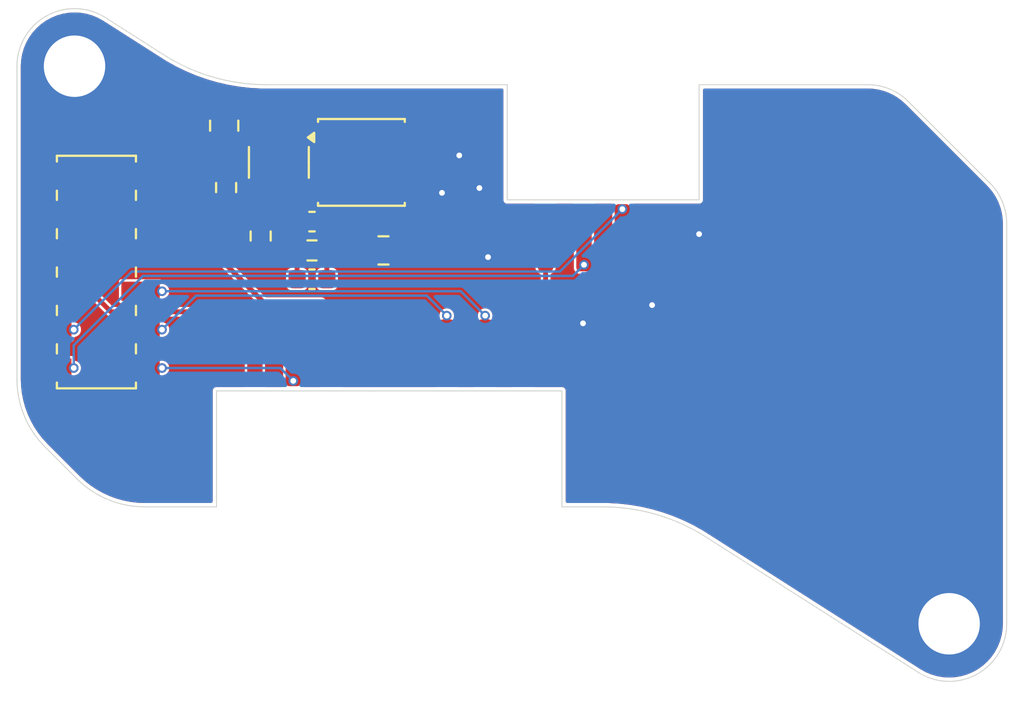
<source format=kicad_pcb>
(kicad_pcb (version 20240108) (generator "pcbnew") (generator_version "8.0")
  (layers (0 "F.Cu" signal) (31 "B.Cu" signal) (34 "B.Paste" user) (35 "F.Paste" user) (36 "B.SilkS" user "B.Silkscreen") (37 "F.SilkS" user "F.Silkscreen") (38 "B.Mask" user) (39 "F.Mask" user) (44 "Edge.Cuts" user))
  (net 0 "")
  (net 1 "Net-(U1-VBST)")
  (net 2 "Net-(U1-SW)")
  (net 3 "+24V")
  (net 4 "PGND")
  (net 5 "+12V")
  (net 6 "/FAN0_DET")
  (net 7 "/FAN0_PWM")
  (net 8 "/FAN1_PWM")
  (net 9 "/FAN1_DET")
  (net 10 "/NEO")
  (net 11 "GND")
  (net 12 "+3V3")
  (net 13 "/ADC1")
  (net 14 "/ADC0")
  (net 15 "Net-(U1-EN)")
  (net 16 "Net-(U1-VFB)")
  (footprint "Resistor_SMD:R_0603_1608Metric" (layer "F.Cu") (at 157.575 80.8)
    (property "Reference" "R2" (hide yes))
    (property "Value" "100K" (hide yes))
    (fp_line (start -0.237258 -0.5225) (end 0.237258 -0.5225) (stroke (width 0.12)) (layer "F.SilkS"))
    (fp_line (start -0.237258 0.5225) (end 0.237258 0.5225) (stroke (width 0.12)) (layer "F.SilkS"))
    (pad "1" smd roundrect (at -0.825 0) (size 0.8 0.95) (layers "F.Cu" "F.Paste" "F.Mask") (net 16 "Net-(U1-VFB)"))
    (pad "2" smd roundrect (at 0.825 0) (size 0.8 0.95) (layers "F.Cu" "F.Paste" "F.Mask") (net 5 "+12V"))
  )
  (footprint "Inductor_SMD:L_Sunlord_SWPA4030S" (layer "F.Cu") (at 160.15 76.2125)
    (property "Reference" "L1" (hide yes))
    (property "Value" "10uH" (hide yes))
    (fp_line (start -2.26 -2.26) (end -2.26 -2.11) (stroke (width 0.12)) (layer "F.SilkS"))
    (fp_line (start -2.26 -2.26) (end 2.26 -2.26) (stroke (width 0.12)) (layer "F.SilkS"))
    (fp_line (start -2.26 2.26) (end -2.26 2.11) (stroke (width 0.12)) (layer "F.SilkS"))
    (fp_line (start -2.26 2.26) (end 2.26 2.26) (stroke (width 0.12)) (layer "F.SilkS"))
    (fp_line (start 2.26 -2.26) (end 2.26 -2.11) (stroke (width 0.12)) (layer "F.SilkS"))
    (fp_line (start 2.26 2.26) (end 2.26 2.11) (stroke (width 0.12)) (layer "F.SilkS"))
    (pad "1" smd rect (at -1.5 0) (size 1.1 3.7) (layers "F.Cu" "F.Paste" "F.Mask") (net 2 "Net-(U1-SW)"))
    (pad "2" smd rect (at 1.5 0) (size 1.1 3.7) (layers "F.Cu" "F.Paste" "F.Mask") (net 5 "+12V"))
  )
  (footprint "Resistor_SMD:R_0603_1608Metric" (layer "F.Cu") (at 154.900001 80.05 -90)
    (property "Reference" "R3" (hide yes))
    (property "Value" "5.23K" (hide yes))
    (fp_line (start -0.237258 0.5225) (end 0.237258 0.5225) (stroke (width 0.12)) (layer "F.SilkS"))
    (fp_line (start -0.237258 -0.5225) (end 0.237258 -0.5225) (stroke (width 0.12)) (layer "F.SilkS"))
    (pad "1" smd roundrect (at -0.825 0 270) (size 0.8 0.95) (layers "F.Cu" "F.Paste" "F.Mask") (net 16 "Net-(U1-VFB)"))
    (pad "2" smd roundrect (at 0.825 0 270) (size 0.8 0.95) (layers "F.Cu" "F.Paste" "F.Mask") (net 4 "PGND"))
  )
  (footprint "MountingHole:MountingHole_3.2mm_M3_ISO14580_Pad" (layer "F.Cu") (at 145.2 71.2)
    (property "Reference" "H1" (hide yes))
    (property "Value" "M3" (hide yes))
    (pad "1" thru_hole circle (at 0 0) (size 5.5 5.5) (drill 3.2) (layers "*.Cu" "*.Mask") (net 4 "PGND"))
  )
  (footprint "Library:JST_PH_B4B-PH-K_1x04_P2.00mm_SMD" (layer "F.Cu") (at 165.6 94.122727 180)
    (property "Reference" "J2" (hide yes))
    (property "Value" "FAN1" (hide yes))
    (fp_line (start -5 6) (end 5 6) (stroke (width 0.05)) (layer "Edge.Cuts"))
    (pad "1" smd roundrect (at -3 7.9756 180) (size 0.8 3.5) (layers "F.Cu" "F.Paste" "F.Mask") (net 5 "+12V"))
    (pad "2" smd roundrect (at -1 7.9756 180) (size 0.8 3.5) (layers "F.Cu" "F.Paste" "F.Mask") (net 9 "/FAN1_DET"))
    (pad "3" smd roundrect (at 1 7.9756 180) (size 0.8 3.5) (layers "F.Cu" "F.Paste" "F.Mask") (net 8 "/FAN1_PWM"))
    (pad "4" smd roundrect (at 3 7.9756 180) (size 0.8 3.5) (layers "F.Cu" "F.Paste" "F.Mask") (net 4 "PGND"))
  )
  (footprint "Capacitor_SMD:C_0603_1608Metric" (layer "F.Cu") (at 157.575 79.3)
    (property "Reference" "C1" (hide yes))
    (property "Value" "100nF" (hide yes))
    (fp_line (start -0.14058 -0.51) (end 0.14058 -0.51) (stroke (width 0.12)) (layer "F.SilkS"))
    (fp_line (start -0.14058 0.51) (end 0.14058 0.51) (stroke (width 0.12)) (layer "F.SilkS"))
    (pad "1" smd roundrect (at -0.775 0) (size 0.9 0.95) (layers "F.Cu" "F.Paste" "F.Mask") (net 1 "Net-(U1-VBST)"))
    (pad "2" smd roundrect (at 0.775 0) (size 0.9 0.95) (layers "F.Cu" "F.Paste" "F.Mask") (net 2 "Net-(U1-SW)"))
  )
  (footprint "Resistor_SMD:R_0603_1608Metric" (layer "F.Cu") (at 153.1 77.525 90)
    (property "Reference" "R1" (hide yes))
    (property "Value" "10K" (hide yes))
    (fp_line (start -0.237258 -0.5225) (end 0.237258 -0.5225) (stroke (width 0.12)) (layer "F.SilkS"))
    (fp_line (start -0.237258 0.5225) (end 0.237258 0.5225) (stroke (width 0.12)) (layer "F.SilkS"))
    (pad "1" smd roundrect (at -0.825 0 90) (size 0.8 0.95) (layers "F.Cu" "F.Paste" "F.Mask") (net 3 "+24V"))
    (pad "2" smd roundrect (at 0.825 0 90) (size 0.8 0.95) (layers "F.Cu" "F.Paste" "F.Mask") (net 15 "Net-(U1-EN)"))
  )
  (footprint "Library:JST_PH_B3B-PH-K_1x03_P2.00mm_SMD" (layer "F.Cu") (at 156.6 94.122727 180)
    (property "Reference" "J3" (hide yes))
    (property "Value" "NEO" (hide yes))
    (fp_line (start -4 6) (end 4 6) (stroke (width 0.05)) (layer "Edge.Cuts"))
    (pad "1" smd roundrect (at -2 7.996 180) (size 0.8 3.5) (layers "F.Cu" "F.Paste" "F.Mask") (net 12 "+3V3"))
    (pad "2" smd roundrect (at 0 7.996 180) (size 0.8 3.5) (layers "F.Cu" "F.Paste" "F.Mask") (net 10 "/NEO"))
    (pad "3" smd roundrect (at 2 7.996 180) (size 0.8 3.5) (layers "F.Cu" "F.Paste" "F.Mask") (net 11 "GND"))
  )
  (footprint "Library:JST_PH_B4B-PH-K_1x04_P2.00mm_SMD" (layer "F.Cu") (at 172.75 72.164)
    (property "Reference" "J1" (hide yes))
    (property "Value" "FAN0" (hide yes))
    (fp_line (start -5 6) (end 5 6) (stroke (width 0.05)) (layer "Edge.Cuts"))
    (pad "1" smd roundrect (at -3 7.9756) (size 0.8 3.5) (layers "F.Cu" "F.Paste" "F.Mask") (net 5 "+12V"))
    (pad "2" smd roundrect (at -1 7.9756) (size 0.8 3.5) (layers "F.Cu" "F.Paste" "F.Mask") (net 6 "/FAN0_DET"))
    (pad "3" smd roundrect (at 1 7.9756) (size 0.8 3.5) (layers "F.Cu" "F.Paste" "F.Mask") (net 7 "/FAN0_PWM"))
    (pad "4" smd roundrect (at 3 7.9756) (size 0.8 3.5) (layers "F.Cu" "F.Paste" "F.Mask") (net 4 "PGND"))
  )
  (footprint "Library:PinSocket_2x06_P2.00mm_Vertical_SMD" (layer "F.Cu") (at 146.341 81.929 180)
    (property "Reference" "J4" (hide yes))
    (property "Value" "MAIN" (hide yes))
    (fp_line (start 2.06 5.76) (end 2.06 6.06) (stroke (width 0.12)) (layer "F.SilkS"))
    (fp_line (start 2.06 3.76) (end 2.06 4.24) (stroke (width 0.12)) (layer "F.SilkS"))
    (fp_line (start 2.06 1.76) (end 2.06 2.24) (stroke (width 0.12)) (layer "F.SilkS"))
    (fp_line (start 2.06 -0.24) (end 2.06 0.24) (stroke (width 0.12)) (layer "F.SilkS"))
    (fp_line (start 2.06 -2.24) (end 2.06 -1.76) (stroke (width 0.12)) (layer "F.SilkS"))
    (fp_line (start 2.06 -4.24) (end 2.06 -3.76) (stroke (width 0.12)) (layer "F.SilkS"))
    (fp_line (start 2.06 -6.06) (end 2.06 -5.76) (stroke (width 0.12)) (layer "F.SilkS"))
    (fp_line (start -2.06 6.06) (end 2.06 6.06) (stroke (width 0.12)) (layer "F.SilkS"))
    (fp_line (start -2.06 5.76) (end -2.06 6.06) (stroke (width 0.12)) (layer "F.SilkS"))
    (fp_line (start -2.06 3.76) (end -2.06 4.24) (stroke (width 0.12)) (layer "F.SilkS"))
    (fp_line (start -2.06 1.76) (end -2.06 2.24) (stroke (width 0.12)) (layer "F.SilkS"))
    (fp_line (start -2.06 -0.24) (end -2.06 0.24) (stroke (width 0.12)) (layer "F.SilkS"))
    (fp_line (start -2.06 -2.24) (end -2.06 -1.76) (stroke (width 0.12)) (layer "F.SilkS"))
    (fp_line (start -2.06 -4.24) (end -2.06 -3.76) (stroke (width 0.12)) (layer "F.SilkS"))
    (fp_line (start -2.06 -6.06) (end 2.06 -6.06) (stroke (width 0.12)) (layer "F.SilkS"))
    (fp_line (start -2.06 -6.06) (end -2.06 -5.76) (stroke (width 0.12)) (layer "F.SilkS"))
    (pad "1" smd rect (at 2.3 -5 180) (size 2 1) (layers "F.Cu" "F.Paste" "F.Mask") (net 6 "/FAN0_DET"))
    (pad "2" smd rect (at -2.3 -5 180) (size 2 1) (layers "F.Cu" "F.Paste" "F.Mask") (net 10 "/NEO"))
    (pad "3" smd rect (at 2.3 -3 180) (size 2 1) (layers "F.Cu" "F.Paste" "F.Mask") (net 7 "/FAN0_PWM"))
    (pad "4" smd rect (at -2.3 -3 180) (size 2 1) (layers "F.Cu" "F.Paste" "F.Mask") (net 8 "/FAN1_PWM"))
    (pad "5" smd rect (at 2.3 -1 180) (size 2 1) (layers "F.Cu" "F.Paste" "F.Mask") (net 14 "/ADC0"))
    (pad "6" smd rect (at -2.3 -1 180) (size 2 1) (layers "F.Cu" "F.Paste" "F.Mask") (net 9 "/FAN1_DET"))
    (pad "7" smd rect (at 2.3 1 180) (size 2 1) (layers "F.Cu" "F.Paste" "F.Mask") (net 13 "/ADC1"))
    (pad "8" smd rect (at -2.3 1 180) (size 2 1) (layers "F.Cu" "F.Paste" "F.Mask") (net 12 "+3V3"))
    (pad "9" smd rect (at 2.3 3 180) (size 2 1) (layers "F.Cu" "F.Paste" "F.Mask") (net 11 "GND"))
    (pad "10" smd rect (at -2.3 3 180) (size 2 1) (layers "F.Cu" "F.Paste" "F.Mask") (net 4 "PGND"))
    (pad "11" smd rect (at 2.3 5 180) (size 2 1) (layers "F.Cu" "F.Paste" "F.Mask") (net 3 "+24V"))
    (pad "12" smd rect (at -2.3 5 180) (size 2 1) (layers "F.Cu" "F.Paste" "F.Mask") (net 4 "PGND"))
  )
  (footprint "MountingHole:MountingHole_3.2mm_M3_ISO14580_Pad" (layer "F.Cu") (at 190.78 100.258)
    (property "Reference" "H2" (hide yes))
    (property "Value" "M3" (hide yes))
    (pad "1" thru_hole circle (at 0 0) (size 5.5 5.5) (drill 3.2) (layers "*.Cu" "*.Mask") (net 4 "PGND"))
  )
  (footprint "Capacitor_SMD:C_0603_1608Metric" (layer "F.Cu") (at 157.575 82.3)
    (property "Reference" "C4" (hide yes))
    (property "Value" "82pF" (hide yes))
    (fp_line (start -0.14058 -0.51) (end 0.14058 -0.51) (stroke (width 0.12)) (layer "F.SilkS"))
    (fp_line (start -0.14058 0.51) (end 0.14058 0.51) (stroke (width 0.12)) (layer "F.SilkS"))
    (pad "1" smd roundrect (at -0.775 0) (size 0.9 0.95) (layers "F.Cu" "F.Paste" "F.Mask") (net 16 "Net-(U1-VFB)"))
    (pad "2" smd roundrect (at 0.775 0) (size 0.9 0.95) (layers "F.Cu" "F.Paste" "F.Mask") (net 5 "+12V"))
  )
  (footprint "Capacitor_SMD:C_0805_2012Metric" (layer "F.Cu") (at 153 74.300001 90)
    (property "Reference" "C2" (hide yes))
    (property "Value" "10uF" (hide yes))
    (fp_line (start -0.261252 -0.735) (end 0.261252 -0.735) (stroke (width 0.12)) (layer "F.SilkS"))
    (fp_line (start -0.261252 0.735) (end 0.261252 0.735) (stroke (width 0.12)) (layer "F.SilkS"))
    (pad "1" smd roundrect (at -0.95 0 90) (size 1 1.45) (layers "F.Cu" "F.Paste" "F.Mask") (net 3 "+24V"))
    (pad "2" smd roundrect (at 0.95 0 90) (size 1 1.45) (layers "F.Cu" "F.Paste" "F.Mask") (net 4 "PGND"))
  )
  (footprint "Capacitor_SMD:C_0805_2012Metric" (layer "F.Cu") (at 161.3 80.8)
    (property "Reference" "C3" (hide yes))
    (property "Value" "22uF" (hide yes))
    (fp_line (start -0.261252 -0.735) (end 0.261252 -0.735) (stroke (width 0.12)) (layer "F.SilkS"))
    (fp_line (start -0.261252 0.735) (end 0.261252 0.735) (stroke (width 0.12)) (layer "F.SilkS"))
    (pad "1" smd roundrect (at -0.95 0) (size 1 1.45) (layers "F.Cu" "F.Paste" "F.Mask") (net 5 "+12V"))
    (pad "2" smd roundrect (at 0.95 0) (size 1 1.45) (layers "F.Cu" "F.Paste" "F.Mask") (net 4 "PGND"))
  )
  (footprint "Package_TO_SOT_SMD:SOT-23-6" (layer "F.Cu") (at 155.85 76.2125 -90)
    (property "Reference" "U1" (hide yes))
    (property "Value" "TPS54302" (hide yes))
    (fp_line (start 0 1.56) (end -0.8 1.56) (stroke (width 0.12)) (layer "F.SilkS"))
    (fp_line (start 0 1.56) (end 0.8 1.56) (stroke (width 0.12)) (layer "F.SilkS"))
    (fp_line (start 0 -1.56) (end -0.8 -1.56) (stroke (width 0.12)) (layer "F.SilkS"))
    (fp_line (start 0 -1.56) (end 0.8 -1.56) (stroke (width 0.12)) (layer "F.SilkS"))
    (fp_poly (pts (xy -1.3 -1.51) (xy -1.54 -1.84) (xy -1.06 -1.84) (xy -1.3 -1.51)) (stroke (width 0.12)) (fill solid) (layer "F.SilkS"))
    (pad "1" smd roundrect (at -1.1375 -0.95 270) (size 1.325 0.6) (layers "F.Cu" "F.Paste" "F.Mask") (net 4 "PGND"))
    (pad "2" smd roundrect (at -1.1375 0 270) (size 1.325 0.6) (layers "F.Cu" "F.Paste" "F.Mask") (net 2 "Net-(U1-SW)"))
    (pad "3" smd roundrect (at -1.1375 0.95 270) (size 1.325 0.6) (layers "F.Cu" "F.Paste" "F.Mask") (net 3 "+24V"))
    (pad "4" smd roundrect (at 1.1375 0.95 270) (size 1.325 0.6) (layers "F.Cu" "F.Paste" "F.Mask") (net 16 "Net-(U1-VFB)"))
    (pad "5" smd roundrect (at 1.1375 0 270) (size 1.325 0.6) (layers "F.Cu" "F.Paste" "F.Mask") (net 15 "Net-(U1-EN)"))
    (pad "6" smd roundrect (at 1.1375 -0.95 270) (size 1.325 0.6) (layers "F.Cu" "F.Paste" "F.Mask") (net 1 "Net-(U1-VBST)"))
  )
  (gr_line (start 170.6 88.122727) (end 170.6 94.164009) (stroke (width 0.05)) (layer "Edge.Cuts"))
  (gr_line (start 143.663788 91.041777) (end 145.322689 92.701679) (stroke (width 0.05)) (layer "Edge.Cuts"))
  (gr_line (start 193.78 100.222238) (end 193.78 79.352514) (stroke (width 0.05)) (layer "Edge.Cuts"))
  (gr_line (start 177.75017 72.16402) (end 186.551112 72.16402) (stroke (width 0.05)) (layer "Edge.Cuts"))
  (gr_line (start 142.20001 87.5063) (end 142.20001 71.199957) (stroke (width 0.05)) (layer "Edge.Cuts"))
  (gr_arc (start 155.21 72.164) (mid 152.410034 71.76401) (end 149.834204 70.59613) (stroke (width 0.05)) (layer "Edge.Cuts"))
  (gr_line (start 178.09989 95.731789) (end 189.168235 102.788009) (stroke (width 0.05)) (layer "Edge.Cuts"))
  (gr_arc (start 192.869312 77.252319) (mid 193.552383 78.25877) (end 193.78 79.352514) (stroke (width 0.05)) (layer "Edge.Cuts"))
  (gr_line (start 177.75017 78.16402) (end 177.75017 72.16402) (stroke (width 0.05)) (layer "Edge.Cuts"))
  (gr_line (start 148.8586 94.164) (end 152.6 94.164) (stroke (width 0.05)) (layer "Edge.Cuts"))
  (gr_arc (start 143.663788 91.041777) (mid 142.581855 89.423134) (end 142.199971 87.5063) (stroke (width 0.05)) (layer "Edge.Cuts"))
  (gr_line (start 167.75 72.164) (end 167.75 78.164) (stroke (width 0.05)) (layer "Edge.Cuts"))
  (gr_arc (start 142.20001 71.199957) (mid 143.752476 68.572018) (end 146.803565 68.663985) (stroke (width 0.05)) (layer "Edge.Cuts"))
  (gr_arc (start 172.724235 94.164009) (mid 175.524039 94.563952) (end 178.09989 95.731789) (stroke (width 0.05)) (layer "Edge.Cuts"))
  (gr_arc (start 148.8586 94.164) (mid 146.944306 93.783536) (end 145.322689 92.701679) (stroke (width 0.05)) (layer "Edge.Cuts"))
  (gr_line (start 152.6 88.122727) (end 152.6 94.164) (stroke (width 0.05)) (layer "Edge.Cuts"))
  (gr_line (start 149.834204 70.59613) (end 146.803565 68.663985) (stroke (width 0.05)) (layer "Edge.Cuts"))
  (gr_arc (start 186.551112 72.16402) (mid 187.692183 72.39457) (end 188.659 73.043) (stroke (width 0.05)) (layer "Edge.Cuts"))
  (gr_line (start 155.21 72.164) (end 167.75 72.164) (stroke (width 0.05)) (layer "Edge.Cuts"))
  (gr_line (start 170.6 94.164009) (end 172.724235 94.164009) (stroke (width 0.05)) (layer "Edge.Cuts"))
  (gr_line (start 192.869312 77.252319) (end 188.659 73.043) (stroke (width 0.05)) (layer "Edge.Cuts"))
  (gr_arc (start 193.78 100.222238) (mid 192.239152 102.88021) (end 189.168235 102.788009) (stroke (width 0.05)) (layer "Edge.Cuts"))
  (segment (start 156.8 77.35) (end 156.8 79.3) (width 0.2) (layer "F.Cu") (net 1))
  (segment (start 153.1 78.35) (end 151.5 76.75) (width 0.381) (layer "F.Cu") (net 3))
  (segment (start 145.012 77.9) (end 150.35 77.9) (width 0.381) (layer "F.Cu") (net 3))
  (segment (start 144.041 76.929) (end 145.012 77.9) (width 0.381) (layer "F.Cu") (net 3))
  (segment (start 151.5 76.75) (end 151.5 75.7) (width 0.381) (layer "F.Cu") (net 3))
  (segment (start 150.35 77.9) (end 151.5 76.75) (width 0.381) (layer "F.Cu") (net 3))
  (segment (start 151.95 75.25) (end 154.725001 75.25) (width 0.381) (layer "F.Cu") (net 3))
  (segment (start 154.725001 75.25) (end 154.900001 75.075) (width 0.381) (layer "F.Cu") (net 3))
  (segment (start 151.5 75.7) (end 151.95 75.25) (width 0.381) (layer "F.Cu") (net 3))
  (via (at 165.25 75.85) (size 0.5) (drill 0.3) (layers "F.Cu" "B.Cu") (net 4))
  (via (at 171.7 84.6) (size 0.5) (drill 0.3) (layers "F.Cu" "B.Cu") (net 4))
  (via (at 177.75 79.95) (size 0.5) (drill 0.3) (layers "F.Cu" "B.Cu") (net 4))
  (via (at 175.3 83.65) (size 0.5) (drill 0.3) (layers "F.Cu" "B.Cu") (net 4))
  (via (at 164.35 77.8) (size 0.5) (drill 0.3) (layers "F.Cu" "B.Cu") (net 4))
  (via (at 166.75 81.15) (size 0.5) (drill 0.3) (layers "F.Cu" "B.Cu") (net 4))
  (via (at 166.3 77.55) (size 0.5) (drill 0.3) (layers "F.Cu" "B.Cu") (net 4))
  (segment (start 158.35 80.85) (end 158.4 80.8) (width 0.254) (layer "F.Cu") (net 5))
  (segment (start 161.65 79.5) (end 166.95 79.5) (width 0.254) (layer "F.Cu") (net 5))
  (segment (start 158.35 82.3) (end 158.35 80.85) (width 0.254) (layer "F.Cu") (net 5))
  (segment (start 167.5388 80.0888) (end 169.75 80.0888) (width 0.254) (layer "F.Cu") (net 5))
  (segment (start 161.65 79.5) (end 161.65 76.2125) (width 0.254) (layer "F.Cu") (net 5))
  (segment (start 160.35 80.8) (end 161.65 79.5) (width 0.254) (layer "F.Cu") (net 5))
  (segment (start 169.75 82.5) (end 169.75 80.0888) (width 0.254) (layer "F.Cu") (net 5))
  (segment (start 158.4 80.8) (end 160.35 80.8) (width 0.254) (layer "F.Cu") (net 5))
  (segment (start 168.6 86.197927) (end 168.6 83.65) (width 0.254) (layer "F.Cu") (net 5))
  (segment (start 166.95 79.5) (end 167.5388 80.0888) (width 0.254) (layer "F.Cu") (net 5))
  (segment (start 168.6 83.65) (end 169.75 82.5) (width 0.254) (layer "F.Cu") (net 5))
  (segment (start 144.041 86.929) (end 145.159 86.929) (width 0.127) (layer "F.Cu") (net 6))
  (segment (start 144.041 86.909) (end 144.959 86.909) (width 0.127) (layer "F.Cu") (net 6))
  (via (at 145.159 86.929) (size 0.5) (drill 0.3) (layers "F.Cu" "B.Cu") (net 6))
  (via (at 171.75 81.55) (size 0.5) (drill 0.3) (layers "F.Cu" "B.Cu") (net 6))
  (segment (start 171.75 81.55) (end 171.1714 82.1286) (width 0.127) (layer "B.Cu") (net 6))
  (segment (start 148.7714 82.1286) (end 145.159 85.741) (width 0.127) (layer "B.Cu") (net 6))
  (segment (start 145.159 85.741) (end 145.159 86.929) (width 0.127) (layer "B.Cu") (net 6))
  (segment (start 171.1714 82.1286) (end 148.7714 82.1286) (width 0.127) (layer "B.Cu") (net 6))
  (segment (start 144.041 84.929) (end 145.159 84.929) (width 0.127) (layer "F.Cu") (net 7))
  (via (at 173.75 78.65) (size 0.5) (drill 0.3) (layers "F.Cu" "B.Cu") (net 7))
  (via (at 145.159 84.929) (size 0.5) (drill 0.3) (layers "F.Cu" "B.Cu") (net 7))
  (segment (start 149.075 81.9) (end 170.5 81.9) (width 0.127) (layer "B.Cu") (net 7))
  (segment (start 145.159 84.929) (end 148.188 81.9) (width 0.127) (layer "B.Cu") (net 7))
  (segment (start 148.188 81.9) (end 149.075 81.9) (width 0.127) (layer "B.Cu") (net 7))
  (segment (start 170.5 81.9) (end 173.75 78.65) (width 0.127) (layer "B.Cu") (net 7))
  (segment (start 148.641 84.929) (end 149.759 84.929) (width 0.127) (layer "F.Cu") (net 8))
  (segment (start 164.6 84.2) (end 164.6 86.197927) (width 0.127) (layer "F.Cu") (net 8))
  (via (at 164.6 84.2) (size 0.5) (drill 0.3) (layers "F.Cu" "B.Cu") (net 8))
  (via (at 149.759 84.929) (size 0.5) (drill 0.3) (layers "F.Cu" "B.Cu") (net 8))
  (segment (start 151.5304 83.1576) (end 163.5576 83.1576) (width 0.127) (layer "B.Cu") (net 8))
  (segment (start 163.5576 83.1576) (end 164.6 84.2) (width 0.127) (layer "B.Cu") (net 8))
  (segment (start 149.759 84.929) (end 151.5304 83.1576) (width 0.127) (layer "B.Cu") (net 8))
  (segment (start 148.641 82.929) (end 149.759 82.929) (width 0.127) (layer "F.Cu") (net 9))
  (segment (start 166.6 84.2) (end 166.6 86.197927) (width 0.127) (layer "F.Cu") (net 9))
  (via (at 166.6 84.2) (size 0.5) (drill 0.3) (layers "F.Cu" "B.Cu") (net 9))
  (via (at 149.759 82.929) (size 0.5) (drill 0.3) (layers "F.Cu" "B.Cu") (net 9))
  (segment (start 165.329 82.929) (end 166.6 84.2) (width 0.127) (layer "B.Cu") (net 9))
  (segment (start 149.759 82.929) (end 165.329 82.929) (width 0.127) (layer "B.Cu") (net 9))
  (segment (start 148.641 86.909) (end 149.759 86.909) (width 0.127) (layer "F.Cu") (net 10))
  (via (at 156.6 87.6) (size 0.5) (drill 0.3) (layers "F.Cu" "B.Cu") (net 10))
  (via (at 149.759 86.929) (size 0.5) (drill 0.3) (layers "F.Cu" "B.Cu") (net 10))
  (segment (start 155.929 86.929) (end 156.6 87.6) (width 0.127) (layer "B.Cu") (net 10))
  (segment (start 149.759 86.929) (end 155.929 86.929) (width 0.127) (layer "B.Cu") (net 10))
  (segment (start 147.1 84) (end 153.854146 84) (width 0.254) (layer "F.Cu") (net 11))
  (segment (start 145.2245 78.929) (end 145.95 79.6545) (width 0.254) (layer "F.Cu") (net 11))
  (segment (start 153.854146 84) (end 154.6 84.745854) (width 0.254) (layer "F.Cu") (net 11))
  (segment (start 144.041 78.929) (end 145.2245 78.929) (width 0.254) (layer "F.Cu") (net 11))
  (segment (start 145.95 82.85) (end 147.1 84) (width 0.254) (layer "F.Cu") (net 11))
  (segment (start 145.95 79.6545) (end 145.95 82.85) (width 0.254) (layer "F.Cu") (net 11))
  (segment (start 148.641 80.909) (end 152.459 80.909) (width 0.254) (layer "F.Cu") (net 12))
  (segment (start 158.6 84.05) (end 158.6 86.197927) (width 0.254) (layer "F.Cu") (net 12))
  (segment (start 155.05 83.5) (end 158.05 83.5) (width 0.254) (layer "F.Cu") (net 12))
  (segment (start 158.05 83.5) (end 158.6 84.05) (width 0.254) (layer "F.Cu") (net 12))
  (segment (start 152.459 80.909) (end 155.05 83.5) (width 0.254) (layer "F.Cu") (net 12))
  (segment (start 155.85 76.85) (end 155.85 77.35) (width 0.127) (layer "F.Cu") (net 15))
  (segment (start 153.3526 76.5224) (end 155.5224 76.5224) (width 0.127) (layer "F.Cu") (net 15))
  (segment (start 153.05 76.825) (end 153.3526 76.5224) (width 0.127) (layer "F.Cu") (net 15))
  (segment (start 155.5224 76.5224) (end 155.85 76.85) (width 0.127) (layer "F.Cu") (net 15))
  (segment (start 156.8 82.3) (end 156.8 80.85) (width 0.254) (layer "F.Cu") (net 16))
  (segment (start 154.900001 79.225) (end 155.675001 80) (width 0.254) (layer "F.Cu") (net 16))
  (segment (start 155.675001 80) (end 155.95 80) (width 0.254) (layer "F.Cu") (net 16))
  (segment (start 154.900001 77.35) (end 154.900001 79.225) (width 0.254) (layer "F.Cu") (net 16))
  (segment (start 156.8 80.85) (end 156.75 80.8) (width 0.254) (layer "F.Cu") (net 16))
  (segment (start 155.95 80) (end 156.75 80.8) (width 0.254) (layer "F.Cu") (net 16))
  (zone (net 2) (net_name "Net-(U1-SW)") (layer "F.Cu") (priority 10) (connect_pads yes (clearance 0.127)) (min_thickness 0.1778) (fill yes (thermal_gap 0.5) (thermal_bridge_width 0.5))
    (polygon (pts (xy 156.15 74.4125) (xy 156.150001 75.7375) (xy 156.725 75.7375) (xy 158.1 74.3625) (xy 159.2 74.3625) (xy 159.2 79.375) (xy 158.8 79.775) (xy 157.9 79.775) (xy 157.9 77.487499) (xy 157.100001 76.6875) (xy 155.85 76.6875) (xy 155.55 76.3875) (xy 155.55 74.4125)))
  )
  (zone (net 4) (net_name "PGND") (layers "F&B.Cu") (connect_pads yes (clearance 0.127)) (min_thickness 0.1778) (fill yes (thermal_gap 0.5) (thermal_bridge_width 0.5))
    (polygon (pts (xy 141.5 67.75) (xy 141.5 104.3) (xy 194.7 104.3) (xy 194.7 67.75)))
  )
)
</source>
